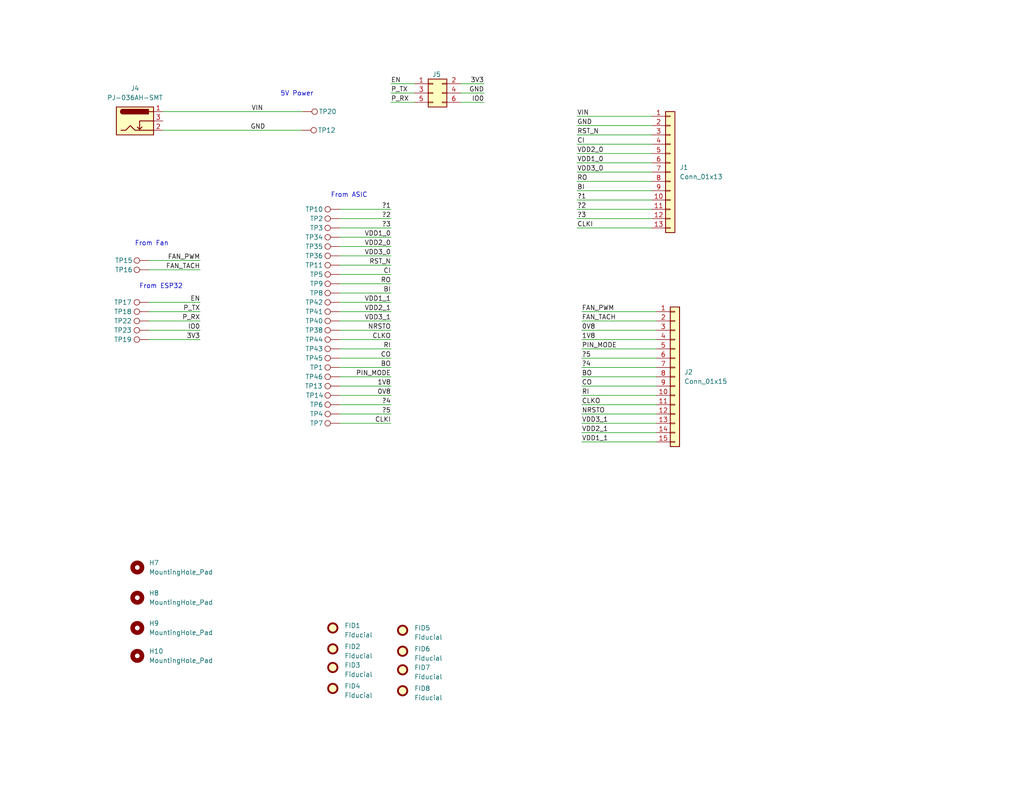
<source format=kicad_sch>
(kicad_sch (version 20231120) (generator "eeschema") (generator_version "8.0")
  (paper "A")
  (title_block (title "axeTester") (date "2024-04-04") (rev "1"))
  (lib_symbols
    (symbol "Connector:Barrel_Jack_Switch" (pin_names hide)
      (property "Reference" "J" (at 0 5.334 0))
      (property "Value" "Barrel_Jack_Switch" (at 0 -5.08 0))
      (symbol "Barrel_Jack_Switch_0_1"
        (rectangle (start -5.08 3.81) (end 5.08 -3.81) (stroke (width 0.254)) (fill (type background)))
        (arc (start -3.302 3.175) (mid -3.9343 2.54) (end -3.302 1.905) (stroke (width 0.254)))
        (arc (start -3.302 3.175) (mid -3.9343 2.54) (end -3.302 1.905) (stroke (width 0.254)) (fill (type outline)))
        (polyline (pts (xy 1.27 -2.286) (xy 1.905 -1.651)) (stroke (width 0.254)))
        (polyline (pts (xy 5.08 2.54) (xy 3.81 2.54)) (stroke (width 0.254)))
        (polyline (pts (xy 5.08 0) (xy 1.27 0) (xy 1.27 -2.286) (xy 0.635 -1.651)) (stroke (width 0.254)))
        (polyline (pts (xy -3.81 -2.54) (xy -2.54 -2.54) (xy -1.27 -1.27) (xy 0 -2.54) (xy 2.54 -2.54) (xy 5.08 -2.54)) (stroke (width 0.254)))
        (rectangle (start 3.683 3.175) (end -3.302 1.905) (stroke (width 0.254)) (fill (type outline)))
      )
      (symbol "Barrel_Jack_Switch_1_1"
        (pin passive line (at 7.62 2.54 180) (length 2.54) (name "~") (number "1"))
        (pin passive line (at 7.62 -2.54 180) (length 2.54) (name "~") (number "2"))
        (pin passive line (at 7.62 0 180) (length 2.54) (name "~") (number "3"))
      )
    )
    (symbol "Connector:TestPoint" (pin_numbers hide) (pin_names (offset 0.762) hide)
      (property "Reference" "TP" (at 0 6.858 0))
      (property "Value" "TestPoint" (at 0 5.08 0))
      (symbol "TestPoint_0_1"
        (circle (center 0 3.302) (radius 0.762))
      )
      (symbol "TestPoint_1_1"
        (pin passive line (at 0 0 90) (length 2.54) (name "1") (number "1"))
      )
    )
    (symbol "Connector_Generic:Conn_01x13" (pin_names (offset 1.016) hide)
      (property "Reference" "J" (at 0 17.78 0))
      (property "Value" "Conn_01x13" (at 0 -17.78 0))
      (symbol "Conn_01x13_1_1"
        (rectangle (start -1.27 -15.113) (end 0 -15.367) (stroke (width 0.1524)))
        (rectangle (start -1.27 -12.573) (end 0 -12.827) (stroke (width 0.1524)))
        (rectangle (start -1.27 -10.033) (end 0 -10.287) (stroke (width 0.1524)))
        (rectangle (start -1.27 -7.493) (end 0 -7.747) (stroke (width 0.1524)))
        (rectangle (start -1.27 -4.953) (end 0 -5.207) (stroke (width 0.1524)))
        (rectangle (start -1.27 -2.413) (end 0 -2.667) (stroke (width 0.1524)))
        (rectangle (start -1.27 0.127) (end 0 -0.127) (stroke (width 0.1524)))
        (rectangle (start -1.27 2.667) (end 0 2.413) (stroke (width 0.1524)))
        (rectangle (start -1.27 5.207) (end 0 4.953) (stroke (width 0.1524)))
        (rectangle (start -1.27 7.747) (end 0 7.493) (stroke (width 0.1524)))
        (rectangle (start -1.27 10.287) (end 0 10.033) (stroke (width 0.1524)))
        (rectangle (start -1.27 12.827) (end 0 12.573) (stroke (width 0.1524)))
        (rectangle (start -1.27 15.367) (end 0 15.113) (stroke (width 0.1524)))
        (rectangle (start -1.27 16.51) (end 1.27 -16.51) (stroke (width 0.254)) (fill (type background)))
        (pin passive line (at -5.08 15.24 0) (length 3.81) (name "Pin_1") (number "1"))
        (pin passive line (at -5.08 -7.62 0) (length 3.81) (name "Pin_10") (number "10"))
        (pin passive line (at -5.08 -10.16 0) (length 3.81) (name "Pin_11") (number "11"))
        (pin passive line (at -5.08 -12.7 0) (length 3.81) (name "Pin_12") (number "12"))
        (pin passive line (at -5.08 -15.24 0) (length 3.81) (name "Pin_13") (number "13"))
        (pin passive line (at -5.08 12.7 0) (length 3.81) (name "Pin_2") (number "2"))
        (pin passive line (at -5.08 10.16 0) (length 3.81) (name "Pin_3") (number "3"))
        (pin passive line (at -5.08 7.62 0) (length 3.81) (name "Pin_4") (number "4"))
        (pin passive line (at -5.08 5.08 0) (length 3.81) (name "Pin_5") (number "5"))
        (pin passive line (at -5.08 2.54 0) (length 3.81) (name "Pin_6") (number "6"))
        (pin passive line (at -5.08 0 0) (length 3.81) (name "Pin_7") (number "7"))
        (pin passive line (at -5.08 -2.54 0) (length 3.81) (name "Pin_8") (number "8"))
        (pin passive line (at -5.08 -5.08 0) (length 3.81) (name "Pin_9") (number "9"))
      )
    )
    (symbol "Connector_Generic:Conn_01x15" (pin_names (offset 1.016) hide)
      (property "Reference" "J" (at 0 20.32 0))
      (property "Value" "Conn_01x15" (at 0 -20.32 0))
      (symbol "Conn_01x15_1_1"
        (rectangle (start -1.27 -17.653) (end 0 -17.907) (stroke (width 0.1524)))
        (rectangle (start -1.27 -15.113) (end 0 -15.367) (stroke (width 0.1524)))
        (rectangle (start -1.27 -12.573) (end 0 -12.827) (stroke (width 0.1524)))
        (rectangle (start -1.27 -10.033) (end 0 -10.287) (stroke (width 0.1524)))
        (rectangle (start -1.27 -7.493) (end 0 -7.747) (stroke (width 0.1524)))
        (rectangle (start -1.27 -4.953) (end 0 -5.207) (stroke (width 0.1524)))
        (rectangle (start -1.27 -2.413) (end 0 -2.667) (stroke (width 0.1524)))
        (rectangle (start -1.27 0.127) (end 0 -0.127) (stroke (width 0.1524)))
        (rectangle (start -1.27 2.667) (end 0 2.413) (stroke (width 0.1524)))
        (rectangle (start -1.27 5.207) (end 0 4.953) (stroke (width 0.1524)))
        (rectangle (start -1.27 7.747) (end 0 7.493) (stroke (width 0.1524)))
        (rectangle (start -1.27 10.287) (end 0 10.033) (stroke (width 0.1524)))
        (rectangle (start -1.27 12.827) (end 0 12.573) (stroke (width 0.1524)))
        (rectangle (start -1.27 15.367) (end 0 15.113) (stroke (width 0.1524)))
        (rectangle (start -1.27 17.907) (end 0 17.653) (stroke (width 0.1524)))
        (rectangle (start -1.27 19.05) (end 1.27 -19.05) (stroke (width 0.254)) (fill (type background)))
        (pin passive line (at -5.08 17.78 0) (length 3.81) (name "Pin_1") (number "1"))
        (pin passive line (at -5.08 -5.08 0) (length 3.81) (name "Pin_10") (number "10"))
        (pin passive line (at -5.08 -7.62 0) (length 3.81) (name "Pin_11") (number "11"))
        (pin passive line (at -5.08 -10.16 0) (length 3.81) (name "Pin_12") (number "12"))
        (pin passive line (at -5.08 -12.7 0) (length 3.81) (name "Pin_13") (number "13"))
        (pin passive line (at -5.08 -15.24 0) (length 3.81) (name "Pin_14") (number "14"))
        (pin passive line (at -5.08 -17.78 0) (length 3.81) (name "Pin_15") (number "15"))
        (pin passive line (at -5.08 15.24 0) (length 3.81) (name "Pin_2") (number "2"))
        (pin passive line (at -5.08 12.7 0) (length 3.81) (name "Pin_3") (number "3"))
        (pin passive line (at -5.08 10.16 0) (length 3.81) (name "Pin_4") (number "4"))
        (pin passive line (at -5.08 7.62 0) (length 3.81) (name "Pin_5") (number "5"))
        (pin passive line (at -5.08 5.08 0) (length 3.81) (name "Pin_6") (number "6"))
        (pin passive line (at -5.08 2.54 0) (length 3.81) (name "Pin_7") (number "7"))
        (pin passive line (at -5.08 0 0) (length 3.81) (name "Pin_8") (number "8"))
        (pin passive line (at -5.08 -2.54 0) (length 3.81) (name "Pin_9") (number "9"))
      )
    )
    (symbol "Connector_Generic:Conn_02x03_Odd_Even" (pin_names (offset 1.016) hide)
      (property "Reference" "J" (at 1.27 5.08 0))
      (property "Value" "Conn_02x03_Odd_Even" (at 1.27 -5.08 0))
      (symbol "Conn_02x03_Odd_Even_1_1"
        (rectangle (start -1.27 -2.413) (end 0 -2.667) (stroke (width 0.1524)))
        (rectangle (start -1.27 0.127) (end 0 -0.127) (stroke (width 0.1524)))
        (rectangle (start -1.27 2.667) (end 0 2.413) (stroke (width 0.1524)))
        (rectangle (start -1.27 3.81) (end 3.81 -3.81) (stroke (width 0.254)) (fill (type background)))
        (rectangle (start 3.81 -2.413) (end 2.54 -2.667) (stroke (width 0.1524)))
        (rectangle (start 3.81 0.127) (end 2.54 -0.127) (stroke (width 0.1524)))
        (rectangle (start 3.81 2.667) (end 2.54 2.413) (stroke (width 0.1524)))
        (pin passive line (at -5.08 2.54 0) (length 3.81) (name "Pin_1") (number "1"))
        (pin passive line (at 7.62 2.54 180) (length 3.81) (name "Pin_2") (number "2"))
        (pin passive line (at -5.08 0 0) (length 3.81) (name "Pin_3") (number "3"))
        (pin passive line (at 7.62 0 180) (length 3.81) (name "Pin_4") (number "4"))
        (pin passive line (at -5.08 -2.54 0) (length 3.81) (name "Pin_5") (number "5"))
        (pin passive line (at 7.62 -2.54 180) (length 3.81) (name "Pin_6") (number "6"))
      )
    )
    (symbol "Mechanical:Fiducial"
      (property "Reference" "FID" (at 0 5.08 0))
      (property "Value" "Fiducial" (at 0 3.175 0))
      (symbol "Fiducial_0_1"
        (circle (center 0 0) (radius 1.27) (stroke (width 0.508)) (fill (type background)))
      )
    )
    (symbol "Mechanical:MountingHole" (pin_names (offset 1.016)) (exclude_from_sim yes) (in_bom no)
      (property "Reference" "H" (at 0 5.08 0))
      (property "Value" "MountingHole" (at 0 3.175 0))
      (symbol "MountingHole_0_1"
        (circle (center 0 0) (radius 1.27) (stroke (width 1.27)))
      )
    )
  )
  (wire (pts (xy 92.71 100.33) (xy 106.68 100.33)))
  (wire (pts (xy 158.75 115.57) (xy 179.07 115.57)))
  (wire (pts (xy 92.71 69.85) (xy 106.68 69.85)))
  (wire (pts (xy 92.71 57.15) (xy 106.68 57.15)))
  (wire (pts (xy 157.48 46.99) (xy 177.8 46.99)))
  (wire (pts (xy 92.71 87.63) (xy 106.68 87.63)))
  (wire (pts (xy 40.64 92.71) (xy 54.61 92.71)))
  (wire (pts (xy 106.68 27.94) (xy 113.03 27.94)))
  (wire (pts (xy 92.71 82.55) (xy 106.68 82.55)))
  (wire (pts (xy 92.71 105.41) (xy 106.68 105.41)))
  (wire (pts (xy 158.75 95.25) (xy 179.07 95.25)))
  (wire (pts (xy 92.71 102.87) (xy 106.68 102.87)))
  (wire (pts (xy 40.64 87.63) (xy 54.61 87.63)))
  (wire (pts (xy 158.75 90.17) (xy 179.07 90.17)))
  (wire (pts (xy 92.71 95.25) (xy 106.68 95.25)))
  (wire (pts (xy 40.64 90.17) (xy 54.61 90.17)))
  (wire (pts (xy 92.71 74.93) (xy 106.68 74.93)))
  (wire (pts (xy 157.48 59.69) (xy 177.8 59.69)))
  (wire (pts (xy 92.71 97.79) (xy 106.68 97.79)))
  (wire (pts (xy 92.71 92.71) (xy 106.68 92.71)))
  (wire (pts (xy 157.48 34.29) (xy 177.8 34.29)))
  (wire (pts (xy 157.48 49.53) (xy 177.8 49.53)))
  (wire (pts (xy 158.75 118.11) (xy 179.07 118.11)))
  (wire (pts (xy 40.64 85.09) (xy 54.61 85.09)))
  (wire (pts (xy 157.48 36.83) (xy 177.8 36.83)))
  (wire (pts (xy 158.75 85.09) (xy 179.07 85.09)))
  (wire (pts (xy 92.71 59.69) (xy 106.68 59.69)))
  (wire (pts (xy 92.71 90.17) (xy 106.68 90.17)))
  (wire (pts (xy 44.45 35.56) (xy 82.296 35.56)))
  (wire (pts (xy 40.64 73.66) (xy 54.61 73.66)))
  (wire (pts (xy 157.48 52.07) (xy 177.8 52.07)))
  (wire (pts (xy 158.75 110.49) (xy 179.07 110.49)))
  (wire (pts (xy 92.71 62.23) (xy 106.68 62.23)))
  (wire (pts (xy 158.75 92.71) (xy 179.07 92.71)))
  (wire (pts (xy 125.73 22.86) (xy 132.08 22.86)))
  (wire (pts (xy 92.71 107.95) (xy 106.68 107.95)))
  (wire (pts (xy 158.75 113.03) (xy 179.07 113.03)))
  (wire (pts (xy 157.48 39.37) (xy 177.8 39.37)))
  (wire (pts (xy 40.64 82.55) (xy 54.61 82.55)))
  (wire (pts (xy 44.45 30.48) (xy 82.55 30.48)))
  (wire (pts (xy 92.71 85.09) (xy 106.68 85.09)))
  (wire (pts (xy 125.73 27.94) (xy 132.08 27.94)))
  (wire (pts (xy 158.75 97.79) (xy 179.07 97.79)))
  (wire (pts (xy 92.71 80.01) (xy 106.68 80.01)))
  (wire (pts (xy 125.73 25.4) (xy 132.08 25.4)))
  (wire (pts (xy 106.68 22.86) (xy 113.03 22.86)))
  (wire (pts (xy 92.71 115.57) (xy 106.68 115.57)))
  (wire (pts (xy 158.75 107.95) (xy 179.07 107.95)))
  (wire (pts (xy 40.64 71.12) (xy 54.61 71.12)))
  (wire (pts (xy 92.71 77.47) (xy 106.68 77.47)))
  (wire (pts (xy 158.75 120.65) (xy 179.07 120.65)))
  (wire (pts (xy 92.71 72.39) (xy 106.68 72.39)))
  (wire (pts (xy 106.68 25.4) (xy 113.03 25.4)))
  (wire (pts (xy 157.48 31.75) (xy 177.8 31.75)))
  (wire (pts (xy 157.48 57.15) (xy 177.8 57.15)))
  (wire (pts (xy 158.75 100.33) (xy 179.07 100.33)))
  (wire (pts (xy 158.75 87.63) (xy 179.07 87.63)))
  (wire (pts (xy 92.71 110.49) (xy 106.68 110.49)))
  (wire (pts (xy 157.48 41.91) (xy 177.8 41.91)))
  (wire (pts (xy 158.75 102.87) (xy 179.07 102.87)))
  (wire (pts (xy 157.48 44.45) (xy 177.8 44.45)))
  (wire (pts (xy 92.71 64.77) (xy 106.68 64.77)))
  (wire (pts (xy 92.71 67.31) (xy 106.68 67.31)))
  (wire (pts (xy 157.48 54.61) (xy 177.8 54.61)))
  (wire (pts (xy 158.75 105.41) (xy 179.07 105.41)))
  (wire (pts (xy 92.71 113.03) (xy 106.68 113.03)))
  (wire (pts (xy 157.48 62.23) (xy 177.8 62.23)))
  (text "From ASIC" (at 95.25 53.34 0) (effects (font (size 1.27 1.27))))
  (text "From ESP32" (at 43.942 78.232 0) (effects (font (size 1.27 1.27))))
  (text "5V Power" (at 81.026 25.654 0) (effects (font (size 1.27 1.27))))
  (text "From Fan" (at 41.402 66.548 0) (effects (font (size 1.27 1.27))))
  (label "GND" (at 157.48 34.29 0))
  (label "3V3" (at 132.08 22.86 180))
  (label "VDD1_1" (at 106.68 82.55 180))
  (label "NRSTO" (at 158.75 113.03 0))
  (label "VIN" (at 157.48 31.75 0))
  (label "?1" (at 106.68 57.15 180))
  (label "FAN_PWM" (at 158.75 85.09 0))
  (label "IO0" (at 132.08 27.94 180))
  (label "EN" (at 106.68 22.86 0))
  (label "GND" (at 68.326 35.56 0))
  (label "VDD2_0" (at 106.68 67.31 180))
  (label "RI" (at 158.75 107.95 0))
  (label "VDD1_0" (at 157.48 44.45 0))
  (label "GND" (at 132.08 25.4 180))
  (label "CI" (at 106.68 74.93 180))
  (label "1V8" (at 158.75 92.71 0))
  (label "?2" (at 157.48 57.15 0))
  (label "CLKO" (at 106.68 92.71 180))
  (label "BI" (at 106.68 80.01 180))
  (label "FAN_TACH" (at 158.75 87.63 0))
  (label "CLKI" (at 157.48 62.23 0))
  (label "?3" (at 157.48 59.69 0))
  (label "P_TX" (at 106.68 25.4 0))
  (label "BO" (at 158.75 102.87 0))
  (label "?4" (at 158.75 100.33 0))
  (label "?5" (at 158.75 97.79 0))
  (label "VDD3_0" (at 157.48 46.99 0))
  (label "CLKI" (at 106.68 115.57 180))
  (label "?5" (at 106.68 113.03 180))
  (label "VDD2_1" (at 158.75 118.11 0))
  (label "VDD3_0" (at 106.68 69.85 180))
  (label "FAN_TACH" (at 54.61 73.66 180))
  (label "0V8" (at 106.68 107.95 180))
  (label "0V8" (at 158.75 90.17 0))
  (label "RST_N" (at 157.48 36.83 0))
  (label "RST_N" (at 106.68 72.39 180))
  (label "CLKO" (at 158.75 110.49 0))
  (label "CO" (at 158.75 105.41 0))
  (label "RO" (at 157.48 49.53 0))
  (label "BI" (at 157.48 52.07 0))
  (label "VDD1_0" (at 106.68 64.77 180))
  (label "?4" (at 106.68 110.49 180))
  (label "FAN_PWM" (at 54.61 71.12 180))
  (label "VDD3_1" (at 106.68 87.63 180))
  (label "?1" (at 157.48 54.61 0))
  (label "CI" (at 157.48 39.37 0))
  (label "VDD2_0" (at 157.48 41.91 0))
  (label "CO" (at 106.68 97.79 180))
  (label "PIN_MODE" (at 106.68 102.87 180))
  (label "?3" (at 106.68 62.23 180))
  (label "PIN_MODE" (at 158.75 95.25 0))
  (label "?2" (at 106.68 59.69 180))
  (label "VDD1_1" (at 158.75 120.65 0))
  (label "RI" (at 106.68 95.25 180))
  (label "NRSTO" (at 106.68 90.17 180))
  (label "RO" (at 106.68 77.47 180))
  (label "3V3" (at 54.61 92.71 180))
  (label "BO" (at 106.68 100.33 180))
  (label "1V8" (at 106.68 105.41 180))
  (label "VDD3_1" (at 158.75 115.57 0))
  (label "P_RX" (at 106.68 27.94 0))
  (label "P_RX" (at 54.61 87.63 180))
  (label "VIN" (at 68.58 30.48 0))
  (label "P_TX" (at 54.61 85.09 180))
  (label "VDD2_1" (at 106.68 85.09 180))
  (label "EN" (at 54.61 82.55 180))
  (label "IO0" (at 54.61 90.17 180))
  (symbol (lib_id "Mechanical:Fiducial") (at 90.805 177.165 0) (unit 1) (in_bom no)
    (property "Reference" "FID2" (at 93.98 176.53 0) (effects (justify left)))
    (property "Value" "Fiducial" (at 93.98 179.07 0) (effects (justify left)))
    (property "Footprint" "Fiducial:Fiducial_1mm_Mask2mm" (effects (hide yes)))
  )
  (symbol (lib_id "Mechanical:Fiducial") (at 90.805 182.245 0) (unit 1) (in_bom no)
    (property "Reference" "FID3" (at 93.98 181.61 0) (effects (justify left)))
    (property "Value" "Fiducial" (at 93.98 184.15 0) (effects (justify left)))
    (property "Footprint" "Fiducial:Fiducial_1mm_Mask2mm" (effects (hide yes)))
  )
  (symbol (lib_id "Connector:TestPoint") (at 92.71 105.41 90) (unit 1) (in_bom no)
    (property "Reference" "TP13" (at 85.598 105.41 90))
    (property "Value" "P50-E2" (effects (hide yes)))
    (property "Footprint" "axeTester:pogopin-P50-E2-0.68" (effects (hide yes)))
  )
  (symbol (lib_id "Connector_Generic:Conn_01x15") (at 184.15 102.87 0) (unit 1)
    (property "Reference" "J2" (at 186.69 101.5999 0) (effects (justify left)))
    (property "Value" "Conn_01x15" (at 186.69 104.1399 0) (effects (justify left)))
    (property "Footprint" "Connector_PinHeader_2.54mm:PinHeader_1x15_P2.54mm_Horizontal" (effects (hide yes)))
    (property "Description" "Generic connector, single row, 01x15, script generated (kicad-library-utils/schlib/autogen/connector/)" (effects (hide yes)))
  )
  (symbol (lib_id "Connector:TestPoint") (at 40.64 85.09 90) (mirror x) (unit 1) (in_bom no)
    (property "Reference" "TP18" (at 33.528 85.09 90))
    (property "Value" "P50-E2" (effects (hide yes)))
    (property "Footprint" "axeTester:pogopin-P50-E2-0.68" (effects (hide yes)))
  )
  (symbol (lib_id "Mechanical:Fiducial") (at 90.805 187.96 0) (unit 1) (in_bom no)
    (property "Reference" "FID4" (at 93.98 187.325 0) (effects (justify left)))
    (property "Value" "Fiducial" (at 93.98 189.865 0) (effects (justify left)))
    (property "Footprint" "Fiducial:Fiducial_1mm_Mask2mm" (effects (hide yes)))
  )
  (symbol (lib_id "Connector:TestPoint") (at 40.64 92.71 90) (mirror x) (unit 1) (in_bom no)
    (property "Reference" "TP19" (at 33.528 92.71 90))
    (property "Value" "P50-E2" (effects (hide yes)))
    (property "Footprint" "axeTester:pogopin-P50-E2-0.68" (effects (hide yes)))
  )
  (symbol (lib_id "Connector:TestPoint") (at 40.64 82.55 90) (mirror x) (unit 1) (in_bom no)
    (property "Reference" "TP17" (at 33.528 82.55 90))
    (property "Value" "P50-E2" (effects (hide yes)))
    (property "Footprint" "axeTester:pogopin-P50-E2-0.68" (effects (hide yes)))
  )
  (symbol (lib_id "Connector:TestPoint") (at 92.71 95.25 90) (mirror x) (unit 1) (in_bom no)
    (property "Reference" "TP43" (at 85.725 95.25 90))
    (property "Value" "P50-E2" (effects (hide yes)))
    (property "Footprint" "axeTester:pogopin-P50-E2-0.68" (effects (hide yes)))
  )
  (symbol (lib_id "Mechanical:Fiducial") (at 109.855 177.8 0) (unit 1) (in_bom no)
    (property "Reference" "FID6" (at 113.03 177.165 0) (effects (justify left)))
    (property "Value" "Fiducial" (at 113.03 179.705 0) (effects (justify left)))
    (property "Footprint" "Fiducial:Fiducial_1mm_Mask2mm" (effects (hide yes)))
  )
  (symbol (lib_id "Connector:TestPoint") (at 92.71 74.93 90) (unit 1) (in_bom no)
    (property "Reference" "TP5" (at 86.36 74.93 90))
    (property "Value" "P50-E2" (effects (hide yes)))
    (property "Footprint" "axeTester:pogopin-P50-E2-0.68" (effects (hide yes)))
  )
  (symbol (lib_id "Connector:TestPoint") (at 82.55 30.48 270) (mirror x) (unit 1) (in_bom no)
    (property "Reference" "TP20" (at 89.408 30.48 90))
    (property "Value" "P75-E2" (effects (hide yes)))
    (property "Footprint" "axeTester:pogopin-P75-E2-1.3" (effects (hide yes)))
  )
  (symbol (lib_id "Connector:TestPoint") (at 92.71 85.09 90) (mirror x) (unit 1) (in_bom no)
    (property "Reference" "TP41" (at 85.725 85.09 90))
    (property "Value" "P50-E2" (effects (hide yes)))
    (property "Footprint" "axeTester:pogopin-P50-E2-0.68" (effects (hide yes)))
  )
  (symbol (lib_id "Connector:TestPoint") (at 92.71 80.01 90) (unit 1) (in_bom no)
    (property "Reference" "TP8" (at 86.36 80.01 90))
    (property "Value" "P50-E2" (effects (hide yes)))
    (property "Footprint" "axeTester:pogopin-P50-E2-0.68" (effects (hide yes)))
  )
  (symbol (lib_id "Connector:TestPoint") (at 92.71 110.49 90) (mirror x) (unit 1) (in_bom no)
    (property "Reference" "TP6" (at 86.36 110.49 90))
    (property "Value" "P50-E2" (effects (hide yes)))
    (property "Footprint" "axeTester:pogopin-P50-E2-0.68" (effects (hide yes)))
  )
  (symbol (lib_id "Mechanical:MountingHole") (at 37.465 154.94 270) (unit 1) (exclude_from_sim yes) (in_bom no)
    (property "Reference" "H7" (at 40.64 153.6699 90) (effects (justify left)))
    (property "Value" "MountingHole_Pad" (at 40.64 156.2099 90) (effects (justify left)))
    (property "Footprint" "MountingHole:MountingHole_3mm" (effects (hide yes)))
  )
  (symbol (lib_id "Connector:TestPoint") (at 92.71 82.55 90) (mirror x) (unit 1) (in_bom no)
    (property "Reference" "TP42" (at 85.725 82.55 90))
    (property "Value" "P50-E2" (effects (hide yes)))
    (property "Footprint" "axeTester:pogopin-P50-E2-0.68" (effects (hide yes)))
  )
  (symbol (lib_id "Connector:TestPoint") (at 92.71 113.03 90) (mirror x) (unit 1) (in_bom no)
    (property "Reference" "TP4" (at 86.36 113.03 90))
    (property "Value" "P50-E2" (effects (hide yes)))
    (property "Footprint" "axeTester:pogopin-P50-E2-0.68" (effects (hide yes)))
  )
  (symbol (lib_id "Connector:TestPoint") (at 92.71 102.87 90) (mirror x) (unit 1) (in_bom no)
    (property "Reference" "TP46" (at 85.725 102.87 90))
    (property "Value" "P50-E2" (effects (hide yes)))
    (property "Footprint" "axeTester:pogopin-P50-E2-0.68" (effects (hide yes)))
  )
  (symbol (lib_id "Connector:TestPoint") (at 92.71 90.17 90) (mirror x) (unit 1) (in_bom no)
    (property "Reference" "TP38" (at 85.725 90.17 90))
    (property "Value" "P50-E2" (effects (hide yes)))
    (property "Footprint" "axeTester:pogopin-P50-E2-0.68" (effects (hide yes)))
  )
  (symbol (lib_id "Connector:TestPoint") (at 82.296 35.56 270) (mirror x) (unit 1) (in_bom no)
    (property "Reference" "TP12" (at 89.154 35.56 90))
    (property "Value" "P75-E2" (effects (hide yes)))
    (property "Footprint" "axeTester:pogopin-P75-E2-1.3" (effects (hide yes)))
  )
  (symbol (lib_id "Connector_Generic:Conn_01x13") (at 182.88 46.99 0) (unit 1)
    (property "Reference" "J1" (at 185.42 45.7199 0) (effects (justify left)))
    (property "Value" "Conn_01x13" (at 185.42 48.2599 0) (effects (justify left)))
    (property "Footprint" "Connector_PinHeader_2.54mm:PinHeader_1x13_P2.54mm_Horizontal" (effects (hide yes)))
    (property "Description" "Generic connector, single row, 01x13, script generated (kicad-library-utils/schlib/autogen/connector/)" (effects (hide yes)))
  )
  (symbol (lib_id "Connector:TestPoint") (at 92.71 87.63 90) (mirror x) (unit 1) (in_bom no)
    (property "Reference" "TP40" (at 85.725 87.63 90))
    (property "Value" "P50-E2" (effects (hide yes)))
    (property "Footprint" "axeTester:pogopin-P50-E2-0.68" (effects (hide yes)))
  )
  (symbol (lib_id "Mechanical:Fiducial") (at 90.805 171.45 0) (unit 1) (in_bom no)
    (property "Reference" "FID1" (at 93.98 170.815 0) (effects (justify left)))
    (property "Value" "Fiducial" (at 93.98 173.355 0) (effects (justify left)))
    (property "Footprint" "Fiducial:Fiducial_1mm_Mask2mm" (effects (hide yes)))
  )
  (symbol (lib_id "Connector:TestPoint") (at 92.71 64.77 90) (unit 1) (in_bom no)
    (property "Reference" "TP34" (at 85.725 64.77 90))
    (property "Value" "P50-E2" (effects (hide yes)))
    (property "Footprint" "axeTester:pogopin-P50-E2-0.68" (effects (hide yes)))
  )
  (symbol (lib_id "Connector:TestPoint") (at 40.64 73.66 90) (mirror x) (unit 1) (in_bom no)
    (property "Reference" "TP16" (at 33.782 73.66 90))
    (property "Value" "P50-E2" (effects (hide yes)))
    (property "Footprint" "axeTester:pogopin-P50-E2-0.68" (effects (hide yes)))
  )
  (symbol (lib_id "Mechanical:Fiducial") (at 109.855 188.595 0) (unit 1) (in_bom no)
    (property "Reference" "FID8" (at 113.03 187.96 0) (effects (justify left)))
    (property "Value" "Fiducial" (at 113.03 190.5 0) (effects (justify left)))
    (property "Footprint" "Fiducial:Fiducial_1mm_Mask2mm" (effects (hide yes)))
  )
  (symbol (lib_id "Mechanical:Fiducial") (at 109.855 172.085 0) (unit 1) (in_bom no)
    (property "Reference" "FID5" (at 113.03 171.45 0) (effects (justify left)))
    (property "Value" "Fiducial" (at 113.03 173.99 0) (effects (justify left)))
    (property "Footprint" "Fiducial:Fiducial_1mm_Mask2mm" (effects (hide yes)))
  )
  (symbol (lib_id "Connector:TestPoint") (at 92.71 97.79 90) (mirror x) (unit 1) (in_bom no)
    (property "Reference" "TP45" (at 85.725 97.79 90))
    (property "Value" "P50-E2" (effects (hide yes)))
    (property "Footprint" "axeTester:pogopin-P50-E2-0.68" (effects (hide yes)))
  )
  (symbol (lib_id "Connector:TestPoint") (at 92.71 62.23 90) (unit 1) (in_bom no)
    (property "Reference" "TP3" (at 86.36 62.23 90))
    (property "Value" "P50-E2" (effects (hide yes)))
    (property "Footprint" "axeTester:pogopin-P50-E2-0.68" (effects (hide yes)))
  )
  (symbol (lib_id "Connector:TestPoint") (at 92.71 107.95 90) (unit 1) (in_bom no)
    (property "Reference" "TP14" (at 85.852 107.95 90))
    (property "Value" "P50-E2" (effects (hide yes)))
    (property "Footprint" "axeTester:pogopin-P50-E2-0.68" (effects (hide yes)))
  )
  (symbol (lib_id "Connector:TestPoint") (at 40.64 71.12 90) (mirror x) (unit 1) (in_bom no)
    (property "Reference" "TP15" (at 33.782 71.12 90))
    (property "Value" "P50-E2" (effects (hide yes)))
    (property "Footprint" "axeTester:pogopin-P50-E2-0.68" (effects (hide yes)))
  )
  (symbol (lib_id "Mechanical:Fiducial") (at 109.855 182.88 0) (unit 1) (in_bom no)
    (property "Reference" "FID7" (at 113.03 182.245 0) (effects (justify left)))
    (property "Value" "Fiducial" (at 113.03 184.785 0) (effects (justify left)))
    (property "Footprint" "Fiducial:Fiducial_1mm_Mask2mm" (effects (hide yes)))
  )
  (symbol (lib_id "Connector:TestPoint") (at 40.64 87.63 90) (mirror x) (unit 1) (in_bom no)
    (property "Reference" "TP22" (at 33.528 87.63 90))
    (property "Value" "P50-E2" (effects (hide yes)))
    (property "Footprint" "axeTester:pogopin-P50-E2-0.68" (effects (hide yes)))
  )
  (symbol (lib_id "Connector_Generic:Conn_02x03_Odd_Even") (at 118.11 25.4 0) (unit 1)
    (property "Reference" "J5" (at 119.126 20.32 0))
    (property "Value" "Conn_02x03_Counter_Clockwise" (effects (hide yes)))
    (property "Footprint" "Connector_PinHeader_2.54mm:PinHeader_2x03_P2.54mm_Vertical" (effects (hide yes)))
    (property "Description" "Generic connector, double row, 02x03, odd/even pin numbering scheme (row 1 odd numbers, row 2 even numbers), script generated (kicad-library-utils/schlib/autogen/connector/)" (effects (hide yes)))
  )
  (symbol (lib_id "Connector:TestPoint") (at 92.71 72.39 90) (unit 1) (in_bom no)
    (property "Reference" "TP11" (at 85.725 72.39 90))
    (property "Value" "P50-E2" (effects (hide yes)))
    (property "Footprint" "axeTester:pogopin-P50-E2-0.68" (effects (hide yes)))
  )
  (symbol (lib_id "Connector:TestPoint") (at 92.71 57.15 90) (unit 1) (in_bom no)
    (property "Reference" "TP10" (at 85.725 57.15 90))
    (property "Value" "P50-E2" (effects (hide yes)))
    (property "Footprint" "axeTester:pogopin-P50-E2-0.68" (effects (hide yes)))
  )
  (symbol (lib_id "Connector:TestPoint") (at 92.71 69.85 90) (unit 1) (in_bom no)
    (property "Reference" "TP36" (at 85.725 69.85 90))
    (property "Value" "P50-E2" (effects (hide yes)))
    (property "Footprint" "axeTester:pogopin-P50-E2-0.68" (effects (hide yes)))
  )
  (symbol (lib_id "Connector:TestPoint") (at 92.71 59.69 90) (unit 1) (in_bom no)
    (property "Reference" "TP2" (at 86.36 59.69 90))
    (property "Value" "P50-E2" (effects (hide yes)))
    (property "Footprint" "axeTester:pogopin-P50-E2-0.68" (effects (hide yes)))
  )
  (symbol (lib_id "Connector:TestPoint") (at 40.64 90.17 90) (unit 1) (in_bom no)
    (property "Reference" "TP23" (at 33.528 90.17 90))
    (property "Value" "P50-E2" (effects (hide yes)))
    (property "Footprint" "axeTester:pogopin-P50-E2-0.68" (effects (hide yes)))
  )
  (symbol (lib_id "Connector:TestPoint") (at 92.71 115.57 90) (mirror x) (unit 1) (in_bom no)
    (property "Reference" "TP7" (at 86.36 115.57 90))
    (property "Value" "P50-E2" (effects (hide yes)))
    (property "Footprint" "axeTester:pogopin-P50-E2-0.68" (effects (hide yes)))
  )
  (symbol (lib_id "Mechanical:MountingHole") (at 37.465 171.45 270) (unit 1) (exclude_from_sim yes) (in_bom no)
    (property "Reference" "H9" (at 40.64 170.1799 90) (effects (justify left)))
    (property "Value" "MountingHole_Pad" (at 40.64 172.7199 90) (effects (justify left)))
    (property "Footprint" "MountingHole:MountingHole_3mm" (effects (hide yes)))
  )
  (symbol (lib_id "Mechanical:MountingHole") (at 37.465 163.195 270) (unit 1) (exclude_from_sim yes) (in_bom no)
    (property "Reference" "H8" (at 40.64 161.9249 90) (effects (justify left)))
    (property "Value" "MountingHole_Pad" (at 40.64 164.4649 90) (effects (justify left)))
    (property "Footprint" "MountingHole:MountingHole_3mm" (effects (hide yes)))
  )
  (symbol (lib_id "Connector:TestPoint") (at 92.71 100.33 90) (mirror x) (unit 1) (in_bom no)
    (property "Reference" "TP1" (at 86.36 100.33 90))
    (property "Value" "P50-E2" (effects (hide yes)))
    (property "Footprint" "axeTester:pogopin-P50-E2-0.68" (effects (hide yes)))
  )
  (symbol (lib_id "Mechanical:MountingHole") (at 37.465 179.07 270) (unit 1) (exclude_from_sim yes) (in_bom no)
    (property "Reference" "H10" (at 40.64 177.7999 90) (effects (justify left)))
    (property "Value" "MountingHole_Pad" (at 40.64 180.3399 90) (effects (justify left)))
    (property "Footprint" "MountingHole:MountingHole_3mm" (effects (hide yes)))
  )
  (symbol (lib_id "Connector:Barrel_Jack_Switch") (at 36.83 33.02 0) (unit 1)
    (property "Reference" "J4" (at 36.83 24.13 0))
    (property "Value" "PJ-036AH-SMT" (at 36.83 26.67 0))
    (property "Footprint" "Connector_BarrelJack:BarrelJack_CUI_PJ-036AH-SMT_Horizontal" (effects (hide yes)))
    (property "Datasheet" "https://www.cuidevices.com/product/resource/pj-036ah-smt-tr.pdf" (effects (hide yes)))
    (property "DK" "CP-036AHPJTR-ND" (effects (hide yes)))
    (property "PARTNO" "PJ-036AH-SMT" (effects (hide yes)))
  )
  (symbol (lib_id "Connector:TestPoint") (at 92.71 67.31 90) (unit 1) (in_bom no)
    (property "Reference" "TP35" (at 85.725 67.31 90))
    (property "Value" "P50-E2" (effects (hide yes)))
    (property "Footprint" "axeTester:pogopin-P50-E2-0.68" (effects (hide yes)))
  )
  (symbol (lib_id "Connector:TestPoint") (at 92.71 92.71 90) (mirror x) (unit 1) (in_bom no)
    (property "Reference" "TP44" (at 85.725 92.71 90))
    (property "Value" "P50-E2" (effects (hide yes)))
    (property "Footprint" "axeTester:pogopin-P50-E2-0.68" (effects (hide yes)))
  )
  (symbol (lib_id "Connector:TestPoint") (at 92.71 77.47 90) (unit 1) (in_bom no)
    (property "Reference" "TP9" (at 86.36 77.47 90))
    (property "Value" "P50-E2" (effects (hide yes)))
    (property "Footprint" "axeTester:pogopin-P50-E2-0.68" (effects (hide yes)))
  )
)
</source>
